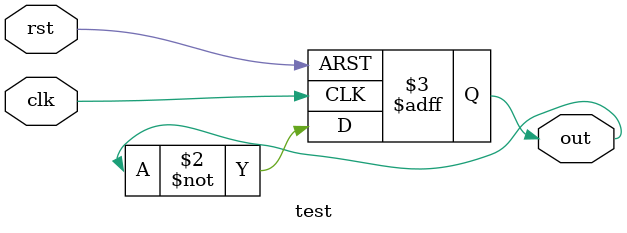
<source format=v>
`timescale 1ns / 1ps
module test(
input clk,
input rst,
output reg out
    );
	 
always @(posedge clk, posedge rst)
	if(rst)
		out <= 1'b0;
	else
		out <= ~out;


endmodule

</source>
